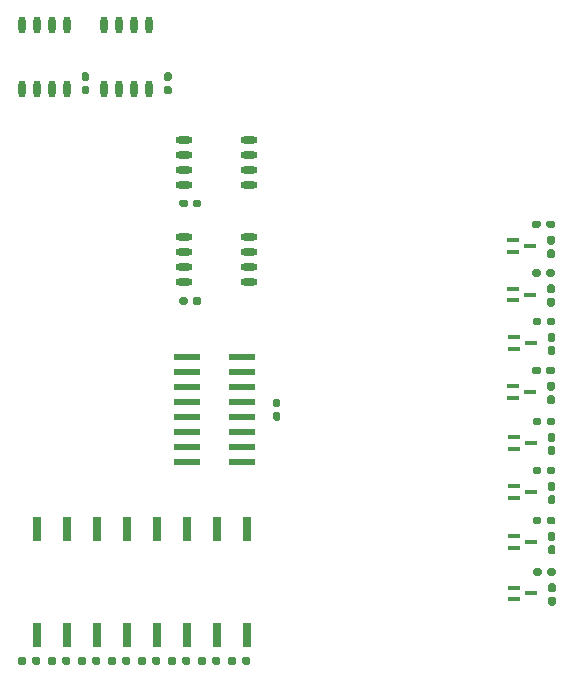
<source format=gbr>
%TF.GenerationSoftware,KiCad,Pcbnew,9.0.0-9.0.0-2~ubuntu24.04.1*%
%TF.CreationDate,2025-03-20T03:38:20-04:00*%
%TF.ProjectId,LVDS_RasPi_Hat,4c564453-5f52-4617-9350-695f4861742e,2*%
%TF.SameCoordinates,Original*%
%TF.FileFunction,Paste,Top*%
%TF.FilePolarity,Positive*%
%FSLAX46Y46*%
G04 Gerber Fmt 4.6, Leading zero omitted, Abs format (unit mm)*
G04 Created by KiCad (PCBNEW 9.0.0-9.0.0-2~ubuntu24.04.1) date 2025-03-20 03:38:20*
%MOMM*%
%LPD*%
G01*
G04 APERTURE LIST*
%ADD10R,1.016000X0.355600*%
%ADD11O,0.599999X1.450000*%
%ADD12O,1.450000X0.599999*%
%ADD13R,0.685800X2.159000*%
%ADD14R,2.184400X0.558800*%
G04 APERTURE END LIST*
D10*
%TO.C,U13*%
X109018700Y-114754401D03*
X109018700Y-115754399D03*
X110466500Y-115254400D03*
%TD*%
%TO.C,U12*%
X108981200Y-110409401D03*
X108981200Y-111409399D03*
X110429000Y-110909400D03*
%TD*%
%TO.C,U11*%
X108981200Y-106171701D03*
X108981200Y-107171699D03*
X110429000Y-106671700D03*
%TD*%
%TO.C,U10*%
X108973700Y-102016901D03*
X108973700Y-103016899D03*
X110421500Y-102516900D03*
%TD*%
%TO.C,U9*%
X108926550Y-97689751D03*
X108926550Y-98689749D03*
X110374350Y-98189750D03*
%TD*%
%TO.C,U8*%
X108973700Y-93543501D03*
X108973700Y-94543499D03*
X110421500Y-94043500D03*
%TD*%
%TO.C,U7*%
X108926550Y-89443301D03*
X108926550Y-90443299D03*
X110374350Y-89943300D03*
%TD*%
%TO.C,U6*%
X108926550Y-85326001D03*
X108926550Y-86325999D03*
X110374350Y-85826000D03*
%TD*%
D11*
%TO.C,U5*%
X78105000Y-67124999D03*
X76835000Y-67124999D03*
X75565000Y-67124999D03*
X74295000Y-67124999D03*
X74295000Y-72574998D03*
X75565000Y-72574998D03*
X76835000Y-72574998D03*
X78105000Y-72574998D03*
%TD*%
D12*
%TO.C,U4*%
X86545001Y-80645000D03*
X86545001Y-79375000D03*
X86545001Y-78105000D03*
X86545001Y-76835000D03*
X81095002Y-76835000D03*
X81095002Y-78105000D03*
X81095002Y-79375000D03*
X81095002Y-80645000D03*
%TD*%
D11*
%TO.C,U3*%
X71120000Y-67124999D03*
X69850000Y-67124999D03*
X68580000Y-67124999D03*
X67310000Y-67124999D03*
X67310000Y-72574998D03*
X68580000Y-72574998D03*
X69850000Y-72574998D03*
X71120000Y-72574998D03*
%TD*%
D12*
%TO.C,U2*%
X86545001Y-88900000D03*
X86545001Y-87630000D03*
X86545001Y-86360000D03*
X86545001Y-85090000D03*
X81095002Y-85090000D03*
X81095002Y-86360000D03*
X81095002Y-87630000D03*
X81095002Y-88900000D03*
%TD*%
%TO.C,R16*%
G36*
G01*
X110634700Y-113598300D02*
X110634700Y-113278300D01*
G75*
G02*
X110794700Y-113118300I160000J0D01*
G01*
X111189700Y-113118300D01*
G75*
G02*
X111349700Y-113278300I0J-160000D01*
G01*
X111349700Y-113598300D01*
G75*
G02*
X111189700Y-113758300I-160000J0D01*
G01*
X110794700Y-113758300D01*
G75*
G02*
X110634700Y-113598300I0J160000D01*
G01*
G37*
G36*
G01*
X111829700Y-113598300D02*
X111829700Y-113278300D01*
G75*
G02*
X111989700Y-113118300I160000J0D01*
G01*
X112384700Y-113118300D01*
G75*
G02*
X112544700Y-113278300I0J-160000D01*
G01*
X112544700Y-113598300D01*
G75*
G02*
X112384700Y-113758300I-160000J0D01*
G01*
X111989700Y-113758300D01*
G75*
G02*
X111829700Y-113598300I0J160000D01*
G01*
G37*
%TD*%
%TO.C,R15*%
G36*
G01*
X110597200Y-109253300D02*
X110597200Y-108933300D01*
G75*
G02*
X110757200Y-108773300I160000J0D01*
G01*
X111152200Y-108773300D01*
G75*
G02*
X111312200Y-108933300I0J-160000D01*
G01*
X111312200Y-109253300D01*
G75*
G02*
X111152200Y-109413300I-160000J0D01*
G01*
X110757200Y-109413300D01*
G75*
G02*
X110597200Y-109253300I0J160000D01*
G01*
G37*
G36*
G01*
X111792200Y-109253300D02*
X111792200Y-108933300D01*
G75*
G02*
X111952200Y-108773300I160000J0D01*
G01*
X112347200Y-108773300D01*
G75*
G02*
X112507200Y-108933300I0J-160000D01*
G01*
X112507200Y-109253300D01*
G75*
G02*
X112347200Y-109413300I-160000J0D01*
G01*
X111952200Y-109413300D01*
G75*
G02*
X111792200Y-109253300I0J160000D01*
G01*
G37*
%TD*%
%TO.C,R14*%
G36*
G01*
X110597200Y-105015600D02*
X110597200Y-104695600D01*
G75*
G02*
X110757200Y-104535600I160000J0D01*
G01*
X111152200Y-104535600D01*
G75*
G02*
X111312200Y-104695600I0J-160000D01*
G01*
X111312200Y-105015600D01*
G75*
G02*
X111152200Y-105175600I-160000J0D01*
G01*
X110757200Y-105175600D01*
G75*
G02*
X110597200Y-105015600I0J160000D01*
G01*
G37*
G36*
G01*
X111792200Y-105015600D02*
X111792200Y-104695600D01*
G75*
G02*
X111952200Y-104535600I160000J0D01*
G01*
X112347200Y-104535600D01*
G75*
G02*
X112507200Y-104695600I0J-160000D01*
G01*
X112507200Y-105015600D01*
G75*
G02*
X112347200Y-105175600I-160000J0D01*
G01*
X111952200Y-105175600D01*
G75*
G02*
X111792200Y-105015600I0J160000D01*
G01*
G37*
%TD*%
%TO.C,R13*%
G36*
G01*
X110589700Y-100860800D02*
X110589700Y-100540800D01*
G75*
G02*
X110749700Y-100380800I160000J0D01*
G01*
X111144700Y-100380800D01*
G75*
G02*
X111304700Y-100540800I0J-160000D01*
G01*
X111304700Y-100860800D01*
G75*
G02*
X111144700Y-101020800I-160000J0D01*
G01*
X110749700Y-101020800D01*
G75*
G02*
X110589700Y-100860800I0J160000D01*
G01*
G37*
G36*
G01*
X111784700Y-100860800D02*
X111784700Y-100540800D01*
G75*
G02*
X111944700Y-100380800I160000J0D01*
G01*
X112339700Y-100380800D01*
G75*
G02*
X112499700Y-100540800I0J-160000D01*
G01*
X112499700Y-100860800D01*
G75*
G02*
X112339700Y-101020800I-160000J0D01*
G01*
X111944700Y-101020800D01*
G75*
G02*
X111784700Y-100860800I0J160000D01*
G01*
G37*
%TD*%
%TO.C,R12*%
G36*
G01*
X110542550Y-96533650D02*
X110542550Y-96213650D01*
G75*
G02*
X110702550Y-96053650I160000J0D01*
G01*
X111097550Y-96053650D01*
G75*
G02*
X111257550Y-96213650I0J-160000D01*
G01*
X111257550Y-96533650D01*
G75*
G02*
X111097550Y-96693650I-160000J0D01*
G01*
X110702550Y-96693650D01*
G75*
G02*
X110542550Y-96533650I0J160000D01*
G01*
G37*
G36*
G01*
X111737550Y-96533650D02*
X111737550Y-96213650D01*
G75*
G02*
X111897550Y-96053650I160000J0D01*
G01*
X112292550Y-96053650D01*
G75*
G02*
X112452550Y-96213650I0J-160000D01*
G01*
X112452550Y-96533650D01*
G75*
G02*
X112292550Y-96693650I-160000J0D01*
G01*
X111897550Y-96693650D01*
G75*
G02*
X111737550Y-96533650I0J160000D01*
G01*
G37*
%TD*%
%TO.C,R11*%
G36*
G01*
X110589700Y-92387400D02*
X110589700Y-92067400D01*
G75*
G02*
X110749700Y-91907400I160000J0D01*
G01*
X111144700Y-91907400D01*
G75*
G02*
X111304700Y-92067400I0J-160000D01*
G01*
X111304700Y-92387400D01*
G75*
G02*
X111144700Y-92547400I-160000J0D01*
G01*
X110749700Y-92547400D01*
G75*
G02*
X110589700Y-92387400I0J160000D01*
G01*
G37*
G36*
G01*
X111784700Y-92387400D02*
X111784700Y-92067400D01*
G75*
G02*
X111944700Y-91907400I160000J0D01*
G01*
X112339700Y-91907400D01*
G75*
G02*
X112499700Y-92067400I0J-160000D01*
G01*
X112499700Y-92387400D01*
G75*
G02*
X112339700Y-92547400I-160000J0D01*
G01*
X111944700Y-92547400D01*
G75*
G02*
X111784700Y-92387400I0J160000D01*
G01*
G37*
%TD*%
%TO.C,R10*%
G36*
G01*
X110542550Y-88287200D02*
X110542550Y-87967200D01*
G75*
G02*
X110702550Y-87807200I160000J0D01*
G01*
X111097550Y-87807200D01*
G75*
G02*
X111257550Y-87967200I0J-160000D01*
G01*
X111257550Y-88287200D01*
G75*
G02*
X111097550Y-88447200I-160000J0D01*
G01*
X110702550Y-88447200D01*
G75*
G02*
X110542550Y-88287200I0J160000D01*
G01*
G37*
G36*
G01*
X111737550Y-88287200D02*
X111737550Y-87967200D01*
G75*
G02*
X111897550Y-87807200I160000J0D01*
G01*
X112292550Y-87807200D01*
G75*
G02*
X112452550Y-87967200I0J-160000D01*
G01*
X112452550Y-88287200D01*
G75*
G02*
X112292550Y-88447200I-160000J0D01*
G01*
X111897550Y-88447200D01*
G75*
G02*
X111737550Y-88287200I0J160000D01*
G01*
G37*
%TD*%
%TO.C,R9*%
G36*
G01*
X110542550Y-84169900D02*
X110542550Y-83849900D01*
G75*
G02*
X110702550Y-83689900I160000J0D01*
G01*
X111097550Y-83689900D01*
G75*
G02*
X111257550Y-83849900I0J-160000D01*
G01*
X111257550Y-84169900D01*
G75*
G02*
X111097550Y-84329900I-160000J0D01*
G01*
X110702550Y-84329900D01*
G75*
G02*
X110542550Y-84169900I0J160000D01*
G01*
G37*
G36*
G01*
X111737550Y-84169900D02*
X111737550Y-83849900D01*
G75*
G02*
X111897550Y-83689900I160000J0D01*
G01*
X112292550Y-83689900D01*
G75*
G02*
X112452550Y-83849900I0J-160000D01*
G01*
X112452550Y-84169900D01*
G75*
G02*
X112292550Y-84329900I-160000J0D01*
G01*
X111897550Y-84329900D01*
G75*
G02*
X111737550Y-84169900I0J160000D01*
G01*
G37*
%TD*%
%TO.C,D8*%
G36*
G01*
X112064700Y-114388300D02*
X112384700Y-114388300D01*
G75*
G02*
X112544700Y-114548300I0J-160000D01*
G01*
X112544700Y-114993300D01*
G75*
G02*
X112384700Y-115153300I-160000J0D01*
G01*
X112064700Y-115153300D01*
G75*
G02*
X111904700Y-114993300I0J160000D01*
G01*
X111904700Y-114548300D01*
G75*
G02*
X112064700Y-114388300I160000J0D01*
G01*
G37*
G36*
G01*
X112064700Y-115533300D02*
X112384700Y-115533300D01*
G75*
G02*
X112544700Y-115693300I0J-160000D01*
G01*
X112544700Y-116138300D01*
G75*
G02*
X112384700Y-116298300I-160000J0D01*
G01*
X112064700Y-116298300D01*
G75*
G02*
X111904700Y-116138300I0J160000D01*
G01*
X111904700Y-115693300D01*
G75*
G02*
X112064700Y-115533300I160000J0D01*
G01*
G37*
%TD*%
%TO.C,D7*%
G36*
G01*
X112027200Y-110043300D02*
X112347200Y-110043300D01*
G75*
G02*
X112507200Y-110203300I0J-160000D01*
G01*
X112507200Y-110648300D01*
G75*
G02*
X112347200Y-110808300I-160000J0D01*
G01*
X112027200Y-110808300D01*
G75*
G02*
X111867200Y-110648300I0J160000D01*
G01*
X111867200Y-110203300D01*
G75*
G02*
X112027200Y-110043300I160000J0D01*
G01*
G37*
G36*
G01*
X112027200Y-111188300D02*
X112347200Y-111188300D01*
G75*
G02*
X112507200Y-111348300I0J-160000D01*
G01*
X112507200Y-111793300D01*
G75*
G02*
X112347200Y-111953300I-160000J0D01*
G01*
X112027200Y-111953300D01*
G75*
G02*
X111867200Y-111793300I0J160000D01*
G01*
X111867200Y-111348300D01*
G75*
G02*
X112027200Y-111188300I160000J0D01*
G01*
G37*
%TD*%
%TO.C,D6*%
G36*
G01*
X112027200Y-105805600D02*
X112347200Y-105805600D01*
G75*
G02*
X112507200Y-105965600I0J-160000D01*
G01*
X112507200Y-106410600D01*
G75*
G02*
X112347200Y-106570600I-160000J0D01*
G01*
X112027200Y-106570600D01*
G75*
G02*
X111867200Y-106410600I0J160000D01*
G01*
X111867200Y-105965600D01*
G75*
G02*
X112027200Y-105805600I160000J0D01*
G01*
G37*
G36*
G01*
X112027200Y-106950600D02*
X112347200Y-106950600D01*
G75*
G02*
X112507200Y-107110600I0J-160000D01*
G01*
X112507200Y-107555600D01*
G75*
G02*
X112347200Y-107715600I-160000J0D01*
G01*
X112027200Y-107715600D01*
G75*
G02*
X111867200Y-107555600I0J160000D01*
G01*
X111867200Y-107110600D01*
G75*
G02*
X112027200Y-106950600I160000J0D01*
G01*
G37*
%TD*%
%TO.C,D5*%
G36*
G01*
X112019700Y-101650800D02*
X112339700Y-101650800D01*
G75*
G02*
X112499700Y-101810800I0J-160000D01*
G01*
X112499700Y-102255800D01*
G75*
G02*
X112339700Y-102415800I-160000J0D01*
G01*
X112019700Y-102415800D01*
G75*
G02*
X111859700Y-102255800I0J160000D01*
G01*
X111859700Y-101810800D01*
G75*
G02*
X112019700Y-101650800I160000J0D01*
G01*
G37*
G36*
G01*
X112019700Y-102795800D02*
X112339700Y-102795800D01*
G75*
G02*
X112499700Y-102955800I0J-160000D01*
G01*
X112499700Y-103400800D01*
G75*
G02*
X112339700Y-103560800I-160000J0D01*
G01*
X112019700Y-103560800D01*
G75*
G02*
X111859700Y-103400800I0J160000D01*
G01*
X111859700Y-102955800D01*
G75*
G02*
X112019700Y-102795800I160000J0D01*
G01*
G37*
%TD*%
%TO.C,D4*%
G36*
G01*
X111972550Y-97323650D02*
X112292550Y-97323650D01*
G75*
G02*
X112452550Y-97483650I0J-160000D01*
G01*
X112452550Y-97928650D01*
G75*
G02*
X112292550Y-98088650I-160000J0D01*
G01*
X111972550Y-98088650D01*
G75*
G02*
X111812550Y-97928650I0J160000D01*
G01*
X111812550Y-97483650D01*
G75*
G02*
X111972550Y-97323650I160000J0D01*
G01*
G37*
G36*
G01*
X111972550Y-98468650D02*
X112292550Y-98468650D01*
G75*
G02*
X112452550Y-98628650I0J-160000D01*
G01*
X112452550Y-99073650D01*
G75*
G02*
X112292550Y-99233650I-160000J0D01*
G01*
X111972550Y-99233650D01*
G75*
G02*
X111812550Y-99073650I0J160000D01*
G01*
X111812550Y-98628650D01*
G75*
G02*
X111972550Y-98468650I160000J0D01*
G01*
G37*
%TD*%
%TO.C,D3*%
G36*
G01*
X112019700Y-93177400D02*
X112339700Y-93177400D01*
G75*
G02*
X112499700Y-93337400I0J-160000D01*
G01*
X112499700Y-93782400D01*
G75*
G02*
X112339700Y-93942400I-160000J0D01*
G01*
X112019700Y-93942400D01*
G75*
G02*
X111859700Y-93782400I0J160000D01*
G01*
X111859700Y-93337400D01*
G75*
G02*
X112019700Y-93177400I160000J0D01*
G01*
G37*
G36*
G01*
X112019700Y-94322400D02*
X112339700Y-94322400D01*
G75*
G02*
X112499700Y-94482400I0J-160000D01*
G01*
X112499700Y-94927400D01*
G75*
G02*
X112339700Y-95087400I-160000J0D01*
G01*
X112019700Y-95087400D01*
G75*
G02*
X111859700Y-94927400I0J160000D01*
G01*
X111859700Y-94482400D01*
G75*
G02*
X112019700Y-94322400I160000J0D01*
G01*
G37*
%TD*%
%TO.C,D2*%
G36*
G01*
X111972550Y-89077200D02*
X112292550Y-89077200D01*
G75*
G02*
X112452550Y-89237200I0J-160000D01*
G01*
X112452550Y-89682200D01*
G75*
G02*
X112292550Y-89842200I-160000J0D01*
G01*
X111972550Y-89842200D01*
G75*
G02*
X111812550Y-89682200I0J160000D01*
G01*
X111812550Y-89237200D01*
G75*
G02*
X111972550Y-89077200I160000J0D01*
G01*
G37*
G36*
G01*
X111972550Y-90222200D02*
X112292550Y-90222200D01*
G75*
G02*
X112452550Y-90382200I0J-160000D01*
G01*
X112452550Y-90827200D01*
G75*
G02*
X112292550Y-90987200I-160000J0D01*
G01*
X111972550Y-90987200D01*
G75*
G02*
X111812550Y-90827200I0J160000D01*
G01*
X111812550Y-90382200D01*
G75*
G02*
X111972550Y-90222200I160000J0D01*
G01*
G37*
%TD*%
%TO.C,D1*%
G36*
G01*
X111972550Y-84959900D02*
X112292550Y-84959900D01*
G75*
G02*
X112452550Y-85119900I0J-160000D01*
G01*
X112452550Y-85564900D01*
G75*
G02*
X112292550Y-85724900I-160000J0D01*
G01*
X111972550Y-85724900D01*
G75*
G02*
X111812550Y-85564900I0J160000D01*
G01*
X111812550Y-85119900D01*
G75*
G02*
X111972550Y-84959900I160000J0D01*
G01*
G37*
G36*
G01*
X111972550Y-86104900D02*
X112292550Y-86104900D01*
G75*
G02*
X112452550Y-86264900I0J-160000D01*
G01*
X112452550Y-86709900D01*
G75*
G02*
X112292550Y-86869900I-160000J0D01*
G01*
X111972550Y-86869900D01*
G75*
G02*
X111812550Y-86709900I0J160000D01*
G01*
X111812550Y-86264900D01*
G75*
G02*
X111972550Y-86104900I160000J0D01*
G01*
G37*
%TD*%
D13*
%TO.C,SW1*%
X68580000Y-118770400D03*
X71120000Y-118770400D03*
X73660000Y-118770400D03*
X76200000Y-118770400D03*
X78740000Y-118770400D03*
X81280000Y-118770400D03*
X83820000Y-118770400D03*
X86360000Y-118770400D03*
X86360000Y-109829600D03*
X83820000Y-109829600D03*
X81280000Y-109829600D03*
X78740000Y-109829600D03*
X76200000Y-109829600D03*
X73660000Y-109829600D03*
X71120000Y-109829600D03*
X68580000Y-109829600D03*
%TD*%
%TO.C,R8*%
G36*
G01*
X66990000Y-121127500D02*
X66990000Y-120807500D01*
G75*
G02*
X67150000Y-120647500I160000J0D01*
G01*
X67545000Y-120647500D01*
G75*
G02*
X67705000Y-120807500I0J-160000D01*
G01*
X67705000Y-121127500D01*
G75*
G02*
X67545000Y-121287500I-160000J0D01*
G01*
X67150000Y-121287500D01*
G75*
G02*
X66990000Y-121127500I0J160000D01*
G01*
G37*
G36*
G01*
X68185000Y-121127500D02*
X68185000Y-120807500D01*
G75*
G02*
X68345000Y-120647500I160000J0D01*
G01*
X68740000Y-120647500D01*
G75*
G02*
X68900000Y-120807500I0J-160000D01*
G01*
X68900000Y-121127500D01*
G75*
G02*
X68740000Y-121287500I-160000J0D01*
G01*
X68345000Y-121287500D01*
G75*
G02*
X68185000Y-121127500I0J160000D01*
G01*
G37*
%TD*%
%TO.C,R7*%
G36*
G01*
X69530000Y-121127500D02*
X69530000Y-120807500D01*
G75*
G02*
X69690000Y-120647500I160000J0D01*
G01*
X70085000Y-120647500D01*
G75*
G02*
X70245000Y-120807500I0J-160000D01*
G01*
X70245000Y-121127500D01*
G75*
G02*
X70085000Y-121287500I-160000J0D01*
G01*
X69690000Y-121287500D01*
G75*
G02*
X69530000Y-121127500I0J160000D01*
G01*
G37*
G36*
G01*
X70725000Y-121127500D02*
X70725000Y-120807500D01*
G75*
G02*
X70885000Y-120647500I160000J0D01*
G01*
X71280000Y-120647500D01*
G75*
G02*
X71440000Y-120807500I0J-160000D01*
G01*
X71440000Y-121127500D01*
G75*
G02*
X71280000Y-121287500I-160000J0D01*
G01*
X70885000Y-121287500D01*
G75*
G02*
X70725000Y-121127500I0J160000D01*
G01*
G37*
%TD*%
%TO.C,R6*%
G36*
G01*
X72070000Y-121127500D02*
X72070000Y-120807500D01*
G75*
G02*
X72230000Y-120647500I160000J0D01*
G01*
X72625000Y-120647500D01*
G75*
G02*
X72785000Y-120807500I0J-160000D01*
G01*
X72785000Y-121127500D01*
G75*
G02*
X72625000Y-121287500I-160000J0D01*
G01*
X72230000Y-121287500D01*
G75*
G02*
X72070000Y-121127500I0J160000D01*
G01*
G37*
G36*
G01*
X73265000Y-121127500D02*
X73265000Y-120807500D01*
G75*
G02*
X73425000Y-120647500I160000J0D01*
G01*
X73820000Y-120647500D01*
G75*
G02*
X73980000Y-120807500I0J-160000D01*
G01*
X73980000Y-121127500D01*
G75*
G02*
X73820000Y-121287500I-160000J0D01*
G01*
X73425000Y-121287500D01*
G75*
G02*
X73265000Y-121127500I0J160000D01*
G01*
G37*
%TD*%
%TO.C,R5*%
G36*
G01*
X74610000Y-121127500D02*
X74610000Y-120807500D01*
G75*
G02*
X74770000Y-120647500I160000J0D01*
G01*
X75165000Y-120647500D01*
G75*
G02*
X75325000Y-120807500I0J-160000D01*
G01*
X75325000Y-121127500D01*
G75*
G02*
X75165000Y-121287500I-160000J0D01*
G01*
X74770000Y-121287500D01*
G75*
G02*
X74610000Y-121127500I0J160000D01*
G01*
G37*
G36*
G01*
X75805000Y-121127500D02*
X75805000Y-120807500D01*
G75*
G02*
X75965000Y-120647500I160000J0D01*
G01*
X76360000Y-120647500D01*
G75*
G02*
X76520000Y-120807500I0J-160000D01*
G01*
X76520000Y-121127500D01*
G75*
G02*
X76360000Y-121287500I-160000J0D01*
G01*
X75965000Y-121287500D01*
G75*
G02*
X75805000Y-121127500I0J160000D01*
G01*
G37*
%TD*%
%TO.C,R4*%
G36*
G01*
X77150000Y-121127500D02*
X77150000Y-120807500D01*
G75*
G02*
X77310000Y-120647500I160000J0D01*
G01*
X77705000Y-120647500D01*
G75*
G02*
X77865000Y-120807500I0J-160000D01*
G01*
X77865000Y-121127500D01*
G75*
G02*
X77705000Y-121287500I-160000J0D01*
G01*
X77310000Y-121287500D01*
G75*
G02*
X77150000Y-121127500I0J160000D01*
G01*
G37*
G36*
G01*
X78345000Y-121127500D02*
X78345000Y-120807500D01*
G75*
G02*
X78505000Y-120647500I160000J0D01*
G01*
X78900000Y-120647500D01*
G75*
G02*
X79060000Y-120807500I0J-160000D01*
G01*
X79060000Y-121127500D01*
G75*
G02*
X78900000Y-121287500I-160000J0D01*
G01*
X78505000Y-121287500D01*
G75*
G02*
X78345000Y-121127500I0J160000D01*
G01*
G37*
%TD*%
%TO.C,R3*%
G36*
G01*
X79690000Y-121127500D02*
X79690000Y-120807500D01*
G75*
G02*
X79850000Y-120647500I160000J0D01*
G01*
X80245000Y-120647500D01*
G75*
G02*
X80405000Y-120807500I0J-160000D01*
G01*
X80405000Y-121127500D01*
G75*
G02*
X80245000Y-121287500I-160000J0D01*
G01*
X79850000Y-121287500D01*
G75*
G02*
X79690000Y-121127500I0J160000D01*
G01*
G37*
G36*
G01*
X80885000Y-121127500D02*
X80885000Y-120807500D01*
G75*
G02*
X81045000Y-120647500I160000J0D01*
G01*
X81440000Y-120647500D01*
G75*
G02*
X81600000Y-120807500I0J-160000D01*
G01*
X81600000Y-121127500D01*
G75*
G02*
X81440000Y-121287500I-160000J0D01*
G01*
X81045000Y-121287500D01*
G75*
G02*
X80885000Y-121127500I0J160000D01*
G01*
G37*
%TD*%
%TO.C,R2*%
G36*
G01*
X82230000Y-121127500D02*
X82230000Y-120807500D01*
G75*
G02*
X82390000Y-120647500I160000J0D01*
G01*
X82785000Y-120647500D01*
G75*
G02*
X82945000Y-120807500I0J-160000D01*
G01*
X82945000Y-121127500D01*
G75*
G02*
X82785000Y-121287500I-160000J0D01*
G01*
X82390000Y-121287500D01*
G75*
G02*
X82230000Y-121127500I0J160000D01*
G01*
G37*
G36*
G01*
X83425000Y-121127500D02*
X83425000Y-120807500D01*
G75*
G02*
X83585000Y-120647500I160000J0D01*
G01*
X83980000Y-120647500D01*
G75*
G02*
X84140000Y-120807500I0J-160000D01*
G01*
X84140000Y-121127500D01*
G75*
G02*
X83980000Y-121287500I-160000J0D01*
G01*
X83585000Y-121287500D01*
G75*
G02*
X83425000Y-121127500I0J160000D01*
G01*
G37*
%TD*%
%TO.C,R1*%
G36*
G01*
X84770000Y-121127500D02*
X84770000Y-120807500D01*
G75*
G02*
X84930000Y-120647500I160000J0D01*
G01*
X85325000Y-120647500D01*
G75*
G02*
X85485000Y-120807500I0J-160000D01*
G01*
X85485000Y-121127500D01*
G75*
G02*
X85325000Y-121287500I-160000J0D01*
G01*
X84930000Y-121287500D01*
G75*
G02*
X84770000Y-121127500I0J160000D01*
G01*
G37*
G36*
G01*
X85965000Y-121127500D02*
X85965000Y-120807500D01*
G75*
G02*
X86125000Y-120647500I160000J0D01*
G01*
X86520000Y-120647500D01*
G75*
G02*
X86680000Y-120807500I0J-160000D01*
G01*
X86680000Y-121127500D01*
G75*
G02*
X86520000Y-121287500I-160000J0D01*
G01*
X86125000Y-121287500D01*
G75*
G02*
X85965000Y-121127500I0J160000D01*
G01*
G37*
%TD*%
D14*
%TO.C,U1*%
X81280000Y-95250000D03*
X81280000Y-96520000D03*
X81280000Y-97790000D03*
X81280000Y-99060000D03*
X81280000Y-100330000D03*
X81280000Y-101600000D03*
X81280000Y-102870000D03*
X81280000Y-104140000D03*
X86004400Y-104140000D03*
X86004400Y-102870000D03*
X86004400Y-101600000D03*
X86004400Y-100330000D03*
X86004400Y-99060000D03*
X86004400Y-97790000D03*
X86004400Y-96520000D03*
X86004400Y-95250000D03*
%TD*%
%TO.C,C5*%
G36*
G01*
X79847500Y-73007500D02*
X79537500Y-73007500D01*
G75*
G02*
X79382500Y-72852500I0J155000D01*
G01*
X79382500Y-72427500D01*
G75*
G02*
X79537500Y-72272500I155000J0D01*
G01*
X79847500Y-72272500D01*
G75*
G02*
X80002500Y-72427500I0J-155000D01*
G01*
X80002500Y-72852500D01*
G75*
G02*
X79847500Y-73007500I-155000J0D01*
G01*
G37*
G36*
G01*
X79847500Y-71872500D02*
X79537500Y-71872500D01*
G75*
G02*
X79382500Y-71717500I0J155000D01*
G01*
X79382500Y-71292500D01*
G75*
G02*
X79537500Y-71137500I155000J0D01*
G01*
X79847500Y-71137500D01*
G75*
G02*
X80002500Y-71292500I0J-155000D01*
G01*
X80002500Y-71717500D01*
G75*
G02*
X79847500Y-71872500I-155000J0D01*
G01*
G37*
%TD*%
%TO.C,C4*%
G36*
G01*
X72862500Y-73007500D02*
X72552500Y-73007500D01*
G75*
G02*
X72397500Y-72852500I0J155000D01*
G01*
X72397500Y-72427500D01*
G75*
G02*
X72552500Y-72272500I155000J0D01*
G01*
X72862500Y-72272500D01*
G75*
G02*
X73017500Y-72427500I0J-155000D01*
G01*
X73017500Y-72852500D01*
G75*
G02*
X72862500Y-73007500I-155000J0D01*
G01*
G37*
G36*
G01*
X72862500Y-71872500D02*
X72552500Y-71872500D01*
G75*
G02*
X72397500Y-71717500I0J155000D01*
G01*
X72397500Y-71292500D01*
G75*
G02*
X72552500Y-71137500I155000J0D01*
G01*
X72862500Y-71137500D01*
G75*
G02*
X73017500Y-71292500I0J-155000D01*
G01*
X73017500Y-71717500D01*
G75*
G02*
X72862500Y-71872500I-155000J0D01*
G01*
G37*
%TD*%
%TO.C,C3*%
G36*
G01*
X80662500Y-82387500D02*
X80662500Y-82077500D01*
G75*
G02*
X80817500Y-81922500I155000J0D01*
G01*
X81242500Y-81922500D01*
G75*
G02*
X81397500Y-82077500I0J-155000D01*
G01*
X81397500Y-82387500D01*
G75*
G02*
X81242500Y-82542500I-155000J0D01*
G01*
X80817500Y-82542500D01*
G75*
G02*
X80662500Y-82387500I0J155000D01*
G01*
G37*
G36*
G01*
X81797500Y-82387500D02*
X81797500Y-82077500D01*
G75*
G02*
X81952500Y-81922500I155000J0D01*
G01*
X82377500Y-81922500D01*
G75*
G02*
X82532500Y-82077500I0J-155000D01*
G01*
X82532500Y-82387500D01*
G75*
G02*
X82377500Y-82542500I-155000J0D01*
G01*
X81952500Y-82542500D01*
G75*
G02*
X81797500Y-82387500I0J155000D01*
G01*
G37*
%TD*%
%TO.C,C2*%
G36*
G01*
X80662500Y-90642500D02*
X80662500Y-90332500D01*
G75*
G02*
X80817500Y-90177500I155000J0D01*
G01*
X81242500Y-90177500D01*
G75*
G02*
X81397500Y-90332500I0J-155000D01*
G01*
X81397500Y-90642500D01*
G75*
G02*
X81242500Y-90797500I-155000J0D01*
G01*
X80817500Y-90797500D01*
G75*
G02*
X80662500Y-90642500I0J155000D01*
G01*
G37*
G36*
G01*
X81797500Y-90642500D02*
X81797500Y-90332500D01*
G75*
G02*
X81952500Y-90177500I155000J0D01*
G01*
X82377500Y-90177500D01*
G75*
G02*
X82532500Y-90332500I0J-155000D01*
G01*
X82532500Y-90642500D01*
G75*
G02*
X82377500Y-90797500I-155000J0D01*
G01*
X81952500Y-90797500D01*
G75*
G02*
X81797500Y-90642500I0J155000D01*
G01*
G37*
%TD*%
%TO.C,C1*%
G36*
G01*
X88745000Y-98760000D02*
X89055000Y-98760000D01*
G75*
G02*
X89210000Y-98915000I0J-155000D01*
G01*
X89210000Y-99340000D01*
G75*
G02*
X89055000Y-99495000I-155000J0D01*
G01*
X88745000Y-99495000D01*
G75*
G02*
X88590000Y-99340000I0J155000D01*
G01*
X88590000Y-98915000D01*
G75*
G02*
X88745000Y-98760000I155000J0D01*
G01*
G37*
G36*
G01*
X88745000Y-99895000D02*
X89055000Y-99895000D01*
G75*
G02*
X89210000Y-100050000I0J-155000D01*
G01*
X89210000Y-100475000D01*
G75*
G02*
X89055000Y-100630000I-155000J0D01*
G01*
X88745000Y-100630000D01*
G75*
G02*
X88590000Y-100475000I0J155000D01*
G01*
X88590000Y-100050000D01*
G75*
G02*
X88745000Y-99895000I155000J0D01*
G01*
G37*
%TD*%
M02*

</source>
